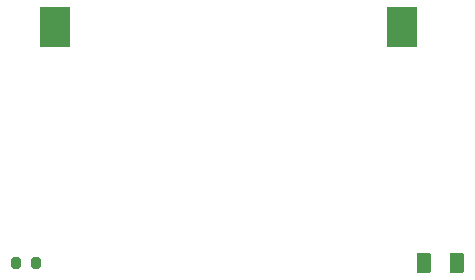
<source format=gbr>
%TF.GenerationSoftware,KiCad,Pcbnew,9.0.7*%
%TF.CreationDate,2026-02-03T13:50:29+02:00*%
%TF.ProjectId,TempMe_pcb,54656d70-4d65-45f7-9063-622e6b696361,0*%
%TF.SameCoordinates,Original*%
%TF.FileFunction,Paste,Top*%
%TF.FilePolarity,Positive*%
%FSLAX46Y46*%
G04 Gerber Fmt 4.6, Leading zero omitted, Abs format (unit mm)*
G04 Created by KiCad (PCBNEW 9.0.7) date 2026-02-03 13:50:29*
%MOMM*%
%LPD*%
G01*
G04 APERTURE LIST*
G04 Aperture macros list*
%AMRoundRect*
0 Rectangle with rounded corners*
0 $1 Rounding radius*
0 $2 $3 $4 $5 $6 $7 $8 $9 X,Y pos of 4 corners*
0 Add a 4 corners polygon primitive as box body*
4,1,4,$2,$3,$4,$5,$6,$7,$8,$9,$2,$3,0*
0 Add four circle primitives for the rounded corners*
1,1,$1+$1,$2,$3*
1,1,$1+$1,$4,$5*
1,1,$1+$1,$6,$7*
1,1,$1+$1,$8,$9*
0 Add four rect primitives between the rounded corners*
20,1,$1+$1,$2,$3,$4,$5,0*
20,1,$1+$1,$4,$5,$6,$7,0*
20,1,$1+$1,$6,$7,$8,$9,0*
20,1,$1+$1,$8,$9,$2,$3,0*%
G04 Aperture macros list end*
%ADD10R,2.540000X3.510000*%
%ADD11RoundRect,0.200000X-0.200000X-0.275000X0.200000X-0.275000X0.200000X0.275000X-0.200000X0.275000X0*%
%ADD12RoundRect,0.250000X0.375000X0.625000X-0.375000X0.625000X-0.375000X-0.625000X0.375000X-0.625000X0*%
G04 APERTURE END LIST*
D10*
%TO.C,BT1*%
X155680000Y-99000000D03*
X126320000Y-99000000D03*
%TD*%
D11*
%TO.C,R1*%
X123000000Y-119000000D03*
X124650000Y-119000000D03*
%TD*%
D12*
%TO.C,D1*%
X160300000Y-119000000D03*
X157500000Y-119000000D03*
%TD*%
M02*

</source>
